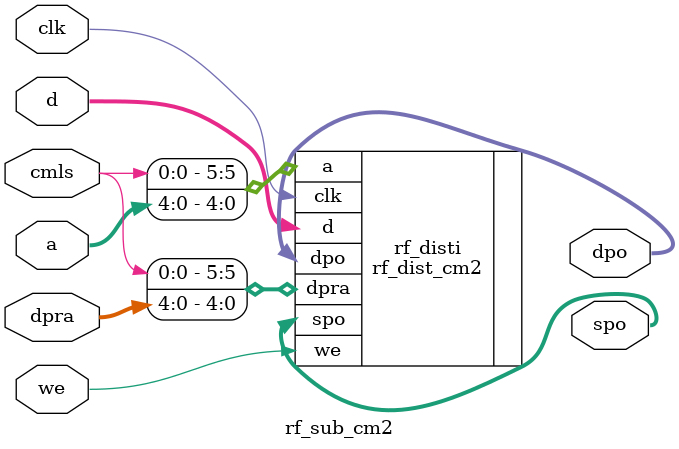
<source format=v>

/*******************************************************************************
*     This file is owned and controlled by Xilinx and must be used             *
*     solely for design, simulation, implementation and creation of            *
*     design files limited to Xilinx devices or technologies. Use              *
*     with non-Xilinx devices or technologies is expressly prohibited          *
*     and immediately terminates your license.                                 *
*                                                                              *
*     XILINX IS PROVIDING THIS DESIGN, CODE, OR INFORMATION "AS IS"            *
*     SOLELY FOR USE IN DEVELOPING PROGRAMS AND SOLUTIONS FOR                  *
*     XILINX DEVICES.  BY PROVIDING THIS DESIGN, CODE, OR INFORMATION          *
*     AS ONE POSSIBLE IMPLEMENTATION OF THIS FEATURE, APPLICATION              *
*     OR STANDARD, XILINX IS MAKING NO REPRESENTATION THAT THIS                *
*     IMPLEMENTATION IS FREE FROM ANY CLAIMS OF INFRINGEMENT,                  *
*     AND YOU ARE RESPONSIBLE FOR OBTAINING ANY RIGHTS YOU MAY REQUIRE         *
*     FOR YOUR IMPLEMENTATION.  XILINX EXPRESSLY DISCLAIMS ANY                 *
*     WARRANTY WHATSOEVER WITH RESPECT TO THE ADEQUACY OF THE                  *
*     IMPLEMENTATION, INCLUDING BUT NOT LIMITED TO ANY WARRANTIES OR           *
*     REPRESENTATIONS THAT THIS IMPLEMENTATION IS FREE FROM CLAIMS OF          *
*     INFRINGEMENT, IMPLIED WARRANTIES OF MERCHANTABILITY AND FITNESS          *
*     FOR A PARTICULAR PURPOSE.                                                *
*                                                                              *
*     Xilinx products are not intended for use in life support                 *
*     appliances, devices, or systems. Use in such applications are            *
*     expressly prohibited.                                                    *
*                                                                              *
*     (c) Copyright 1995-2009 Xilinx, Inc.                                     *
*     All rights reserved.                                                     *
*******************************************************************************/
// The synthesis directives "translate_off/translate_on" specified below are
// supported by Xilinx, Mentor Graphics and Synplicity synthesis
// tools. Ensure they are correct for your synthesis tool(s).

// You must compile the wrapper file rf_blk.v when simulating
// the core, rf_blk. When compiling the wrapper file, be sure to
// reference the XilinxCoreLib Verilog simulation library. For detailed
// instructions, please refer to the "CORE Generator Help".

`timescale 1ns/1ps


module rf_sub_cm2(
		cmls,
		
	a,
	d,
	dpra,
	clk,
	we,
	spo,
	dpo);


input cmls;




input [4 : 0] a;
input [31 : 0] d;
input [4 : 0] dpra;
input clk;
input we;
output [31 : 0] spo;
output [31 : 0] dpo;

rf_dist_cm2 rf_disti(
	.a({cmls, a}),
	.d(d),
	.dpra({cmls, dpra}),
	.clk(clk),
	.we(we),
	.spo(spo),
	.dpo(dpo));


endmodule



</source>
